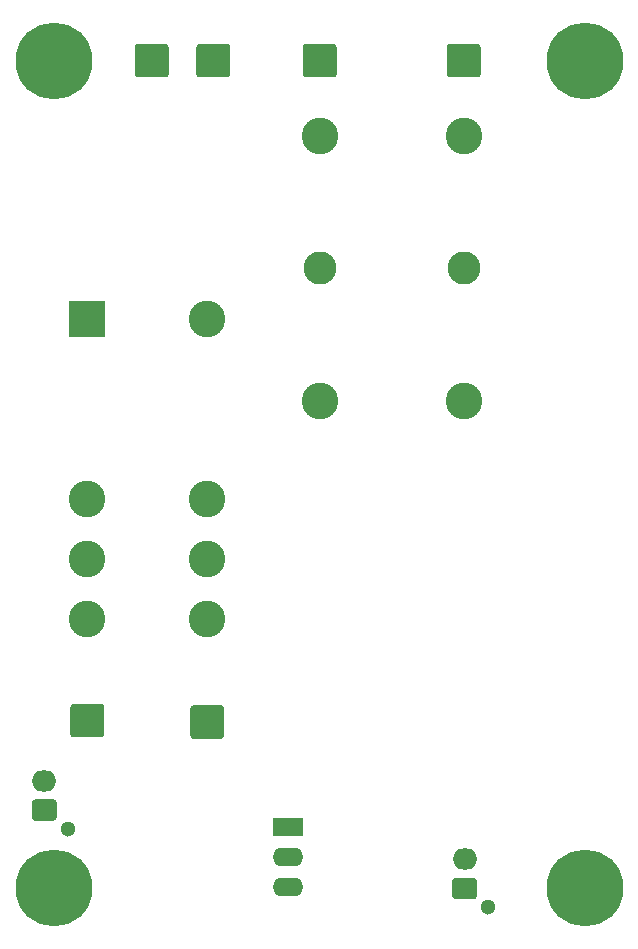
<source format=gbs>
G04 #@! TF.GenerationSoftware,KiCad,Pcbnew,5.1.6+dfsg1-1~bpo9+1*
G04 #@! TF.CreationDate,2022-04-20T22:27:00+02:00*
G04 #@! TF.ProjectId,sdrtrx-powerswitch,73647274-7278-42d7-906f-776572737769,rev?*
G04 #@! TF.SameCoordinates,Original*
G04 #@! TF.FileFunction,Soldermask,Bot*
G04 #@! TF.FilePolarity,Negative*
%FSLAX46Y46*%
G04 Gerber Fmt 4.6, Leading zero omitted, Abs format (unit mm)*
G04 Created by KiCad (PCBNEW 5.1.6+dfsg1-1~bpo9+1) date 2022-04-20 22:27:00*
%MOMM*%
%LPD*%
G01*
G04 APERTURE LIST*
%ADD10C,1.300000*%
%ADD11O,2.100000X1.800000*%
%ADD12C,3.100000*%
%ADD13R,3.100000X3.100000*%
%ADD14O,2.600000X1.600000*%
%ADD15R,2.600000X1.600000*%
%ADD16C,2.800000*%
%ADD17C,6.500000*%
G04 APERTURE END LIST*
D10*
X76200000Y-125000000D03*
D11*
X74200000Y-120900000D03*
G36*
G01*
X74985294Y-124300000D02*
X73414706Y-124300000D01*
G75*
G02*
X73150000Y-124035294I0J264706D01*
G01*
X73150000Y-122764706D01*
G75*
G02*
X73414706Y-122500000I264706J0D01*
G01*
X74985294Y-122500000D01*
G75*
G02*
X75250000Y-122764706I0J-264706D01*
G01*
X75250000Y-124035294D01*
G75*
G02*
X74985294Y-124300000I-264706J0D01*
G01*
G37*
G36*
G01*
X81887000Y-61109910D02*
X81887000Y-58778090D01*
G75*
G02*
X82146090Y-58519000I259090J0D01*
G01*
X84477910Y-58519000D01*
G75*
G02*
X84737000Y-58778090I0J-259090D01*
G01*
X84737000Y-61109910D01*
G75*
G02*
X84477910Y-61369000I-259090J0D01*
G01*
X82146090Y-61369000D01*
G75*
G02*
X81887000Y-61109910I0J259090D01*
G01*
G37*
G36*
G01*
X87094000Y-61109910D02*
X87094000Y-58778090D01*
G75*
G02*
X87353090Y-58519000I259090J0D01*
G01*
X89684910Y-58519000D01*
G75*
G02*
X89944000Y-58778090I0J-259090D01*
G01*
X89944000Y-61109910D01*
G75*
G02*
X89684910Y-61369000I-259090J0D01*
G01*
X87353090Y-61369000D01*
G75*
G02*
X87094000Y-61109910I0J259090D01*
G01*
G37*
G36*
G01*
X96111000Y-61109910D02*
X96111000Y-58778090D01*
G75*
G02*
X96370090Y-58519000I259090J0D01*
G01*
X98701910Y-58519000D01*
G75*
G02*
X98961000Y-58778090I0J-259090D01*
G01*
X98961000Y-61109910D01*
G75*
G02*
X98701910Y-61369000I-259090J0D01*
G01*
X96370090Y-61369000D01*
G75*
G02*
X96111000Y-61109910I0J259090D01*
G01*
G37*
G36*
G01*
X108303000Y-61109910D02*
X108303000Y-58778090D01*
G75*
G02*
X108562090Y-58519000I259090J0D01*
G01*
X110893910Y-58519000D01*
G75*
G02*
X111153000Y-58778090I0J-259090D01*
G01*
X111153000Y-61109910D01*
G75*
G02*
X110893910Y-61369000I-259090J0D01*
G01*
X108562090Y-61369000D01*
G75*
G02*
X108303000Y-61109910I0J259090D01*
G01*
G37*
G36*
G01*
X76426000Y-116989910D02*
X76426000Y-114658090D01*
G75*
G02*
X76685090Y-114399000I259090J0D01*
G01*
X79016910Y-114399000D01*
G75*
G02*
X79276000Y-114658090I0J-259090D01*
G01*
X79276000Y-116989910D01*
G75*
G02*
X79016910Y-117249000I-259090J0D01*
G01*
X76685090Y-117249000D01*
G75*
G02*
X76426000Y-116989910I0J259090D01*
G01*
G37*
G36*
G01*
X86586000Y-117116910D02*
X86586000Y-114785090D01*
G75*
G02*
X86845090Y-114526000I259090J0D01*
G01*
X89176910Y-114526000D01*
G75*
G02*
X89436000Y-114785090I0J-259090D01*
G01*
X89436000Y-117116910D01*
G75*
G02*
X89176910Y-117376000I-259090J0D01*
G01*
X86845090Y-117376000D01*
G75*
G02*
X86586000Y-117116910I0J259090D01*
G01*
G37*
D12*
X88011000Y-107188000D03*
X77851000Y-102108000D03*
X88011000Y-97028000D03*
X77851000Y-97028000D03*
X77851000Y-107188000D03*
X88011000Y-102108000D03*
D13*
X77851000Y-81788000D03*
D12*
X88011000Y-81788000D03*
D10*
X111791500Y-131648000D03*
D11*
X109791500Y-127548000D03*
G36*
G01*
X110576794Y-130948000D02*
X109006206Y-130948000D01*
G75*
G02*
X108741500Y-130683294I0J264706D01*
G01*
X108741500Y-129412706D01*
G75*
G02*
X109006206Y-129148000I264706J0D01*
G01*
X110576794Y-129148000D01*
G75*
G02*
X110841500Y-129412706I0J-264706D01*
G01*
X110841500Y-130683294D01*
G75*
G02*
X110576794Y-130948000I-264706J0D01*
G01*
G37*
D14*
X94805500Y-129921000D03*
X94805500Y-127381000D03*
D15*
X94805500Y-124841000D03*
D16*
X97536000Y-77544000D03*
D12*
X97536000Y-88794000D03*
X97536000Y-66294000D03*
D16*
X109728000Y-77544000D03*
D12*
X109728000Y-88794000D03*
X109728000Y-66294000D03*
D17*
X120000000Y-130000000D03*
X120000000Y-60000000D03*
X75000000Y-60000000D03*
X75000000Y-130000000D03*
M02*

</source>
